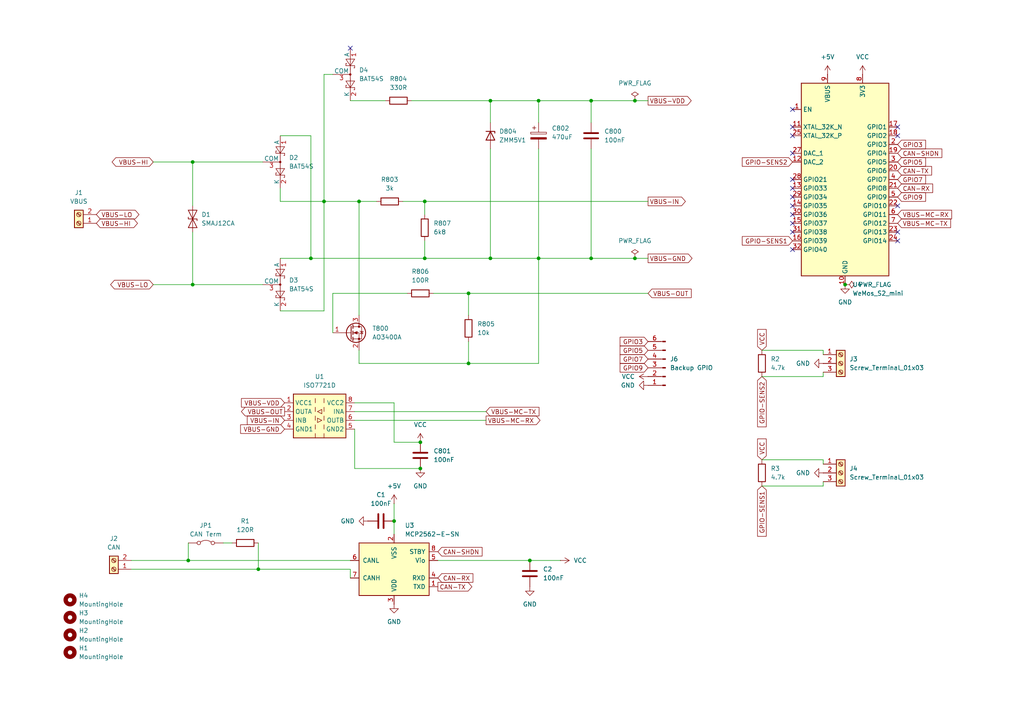
<source format=kicad_sch>
(kicad_sch (version 20250114) (generator "eeschema") (generator_version "9.0")
  (paper "A4")
  (title_block (date "2026-01-11") (rev "v2"))
  (lib_symbols
    (symbol "Connector:Conn_01x06_Pin" (pin_names (offset 1.016) (hide yes))
      (property "Reference" "J" (at 0 7.62 0))
      (property "Value" "Conn_01x06_Pin" (at 0 -10.16 0))
      (symbol "Conn_01x06_Pin_1_1"
        (rectangle (start 0.8636 5.207) (end 0 4.953) (stroke (width 0.1524)) (fill (type outline)))
        (rectangle (start 0.8636 2.667) (end 0 2.413) (stroke (width 0.1524)) (fill (type outline)))
        (rectangle (start 0.8636 0.127) (end 0 -0.127) (stroke (width 0.1524)) (fill (type outline)))
        (rectangle (start 0.8636 -2.413) (end 0 -2.667) (stroke (width 0.1524)) (fill (type outline)))
        (rectangle (start 0.8636 -4.953) (end 0 -5.207) (stroke (width 0.1524)) (fill (type outline)))
        (rectangle (start 0.8636 -7.493) (end 0 -7.747) (stroke (width 0.1524)) (fill (type outline)))
        (polyline (pts (xy 1.27 5.08) (xy 0.8636 5.08)) (stroke (width 0.1524)))
        (polyline (pts (xy 1.27 2.54) (xy 0.8636 2.54)) (stroke (width 0.1524)))
        (polyline (pts (xy 1.27 0) (xy 0.8636 0)) (stroke (width 0.1524)))
        (polyline (pts (xy 1.27 -2.54) (xy 0.8636 -2.54)) (stroke (width 0.1524)))
        (polyline (pts (xy 1.27 -5.08) (xy 0.8636 -5.08)) (stroke (width 0.1524)))
        (polyline (pts (xy 1.27 -7.62) (xy 0.8636 -7.62)) (stroke (width 0.1524)))
        (pin passive line (at 5.08 5.08 180) (length 3.81) (name "Pin_1") (number "1"))
        (pin passive line (at 5.08 2.54 180) (length 3.81) (name "Pin_2") (number "2"))
        (pin passive line (at 5.08 0 180) (length 3.81) (name "Pin_3") (number "3"))
        (pin passive line (at 5.08 -2.54 180) (length 3.81) (name "Pin_4") (number "4"))
        (pin passive line (at 5.08 -5.08 180) (length 3.81) (name "Pin_5") (number "5"))
        (pin passive line (at 5.08 -7.62 180) (length 3.81) (name "Pin_6") (number "6"))
      )
    )
    (symbol "Connector:Screw_Terminal_01x02" (pin_names (offset 1.016) (hide yes))
      (property "Reference" "J" (at 0 2.54 0))
      (property "Value" "Screw_Terminal_01x02" (at 0 -5.08 0))
      (symbol "Screw_Terminal_01x02_1_1"
        (rectangle (start -1.27 1.27) (end 1.27 -3.81) (stroke (width 0.254)) (fill (type background)))
        (polyline (pts (xy -0.5334 0.3302) (xy 0.3302 -0.508)) (stroke (width 0.1524)))
        (polyline (pts (xy -0.5334 -2.2098) (xy 0.3302 -3.048)) (stroke (width 0.1524)))
        (polyline (pts (xy -0.3556 0.508) (xy 0.508 -0.3302)) (stroke (width 0.1524)))
        (polyline (pts (xy -0.3556 -2.032) (xy 0.508 -2.8702)) (stroke (width 0.1524)))
        (circle (center 0 0) (radius 0.635) (stroke (width 0.1524)))
        (circle (center 0 -2.54) (radius 0.635) (stroke (width 0.1524)))
        (pin passive line (at -5.08 0 0) (length 3.81) (name "Pin_1") (number "1"))
        (pin passive line (at -5.08 -2.54 0) (length 3.81) (name "Pin_2") (number "2"))
      )
    )
    (symbol "Connector:Screw_Terminal_01x03" (pin_names (offset 1.016) (hide yes))
      (property "Reference" "J" (at 0 5.08 0))
      (property "Value" "Screw_Terminal_01x03" (at 0 -5.08 0))
      (symbol "Screw_Terminal_01x03_1_1"
        (rectangle (start -1.27 3.81) (end 1.27 -3.81) (stroke (width 0.254)) (fill (type background)))
        (polyline (pts (xy -0.5334 2.8702) (xy 0.3302 2.032)) (stroke (width 0.1524)))
        (polyline (pts (xy -0.5334 0.3302) (xy 0.3302 -0.508)) (stroke (width 0.1524)))
        (polyline (pts (xy -0.5334 -2.2098) (xy 0.3302 -3.048)) (stroke (width 0.1524)))
        (polyline (pts (xy -0.3556 3.048) (xy 0.508 2.2098)) (stroke (width 0.1524)))
        (polyline (pts (xy -0.3556 0.508) (xy 0.508 -0.3302)) (stroke (width 0.1524)))
        (polyline (pts (xy -0.3556 -2.032) (xy 0.508 -2.8702)) (stroke (width 0.1524)))
        (circle (center 0 2.54) (radius 0.635) (stroke (width 0.1524)))
        (circle (center 0 0) (radius 0.635) (stroke (width 0.1524)))
        (circle (center 0 -2.54) (radius 0.635) (stroke (width 0.1524)))
        (pin passive line (at -5.08 2.54 0) (length 3.81) (name "Pin_1") (number "1"))
        (pin passive line (at -5.08 0 0) (length 3.81) (name "Pin_2") (number "2"))
        (pin passive line (at -5.08 -2.54 0) (length 3.81) (name "Pin_3") (number "3"))
      )
    )
    (symbol "Device:C" (pin_numbers (hide yes)) (pin_names (offset 0.254))
      (property "Reference" "C" (at 0.635 2.54 0))
      (property "Value" "C" (at 0.635 -2.54 0))
      (symbol "C_0_1"
        (polyline (pts (xy -2.032 0.762) (xy 2.032 0.762)) (stroke (width 0.508)))
        (polyline (pts (xy -2.032 -0.762) (xy 2.032 -0.762)) (stroke (width 0.508)))
      )
      (symbol "C_1_1"
        (pin passive line (at 0 3.81 270) (length 2.794) (name "~") (number "1"))
        (pin passive line (at 0 -3.81 90) (length 2.794) (name "~") (number "2"))
      )
    )
    (symbol "Device:C_Polarized" (pin_numbers (hide yes)) (pin_names (offset 0.254))
      (property "Reference" "C" (at 0.635 2.54 0))
      (property "Value" "C_Polarized" (at 0.635 -2.54 0))
      (symbol "C_Polarized_0_1"
        (rectangle (start -2.286 0.508) (end 2.286 1.016))
        (polyline (pts (xy -1.778 2.286) (xy -0.762 2.286)))
        (polyline (pts (xy -1.27 2.794) (xy -1.27 1.778)))
        (rectangle (start 2.286 -0.508) (end -2.286 -1.016) (fill (type outline)))
      )
      (symbol "C_Polarized_1_1"
        (pin passive line (at 0 3.81 270) (length 2.794) (name "~") (number "1"))
        (pin passive line (at 0 -3.81 90) (length 2.794) (name "~") (number "2"))
      )
    )
    (symbol "Device:R" (pin_numbers (hide yes)) (pin_names (offset 0))
      (property "Reference" "R" (at 2.032 0 90))
      (property "Value" "R" (at 0 0 90))
      (symbol "R_0_1"
        (rectangle (start -1.016 -2.54) (end 1.016 2.54) (stroke (width 0.254)))
      )
      (symbol "R_1_1"
        (pin passive line (at 0 3.81 270) (length 1.27) (name "~") (number "1"))
        (pin passive line (at 0 -3.81 90) (length 1.27) (name "~") (number "2"))
      )
    )
    (symbol "Diode:BAT54S" (pin_names (offset 0))
      (property "Reference" "D" (at 2.54 -5.08 0))
      (property "Value" "BAT54S" (at -6.35 3.175 0))
      (symbol "BAT54S_0_1"
        (polyline (pts (xy -4.445 1.27) (xy -4.445 -1.27) (xy -2.54 0) (xy -4.445 1.27)))
        (polyline (pts (xy -3.81 0) (xy -1.27 0)))
        (polyline (pts (xy -3.175 -1.27) (xy -3.175 -1.016)))
        (polyline (pts (xy -2.54 1.27) (xy -1.905 1.27)))
        (polyline (pts (xy -2.54 -1.27) (xy -3.175 -1.27)))
        (polyline (pts (xy -2.54 -1.27) (xy -2.54 1.27)))
        (polyline (pts (xy -1.905 1.27) (xy -1.905 1.016)))
        (polyline (pts (xy -1.905 0) (xy 1.905 0)))
        (circle (center 0 0) (radius 0.254) (fill (type outline)))
        (polyline (pts (xy 1.27 0) (xy 3.81 0)))
        (polyline (pts (xy 1.905 1.27) (xy 1.905 -1.27) (xy 3.81 0) (xy 1.905 1.27)))
        (polyline (pts (xy 3.175 -1.27) (xy 3.175 -1.016)))
        (polyline (pts (xy 3.81 1.27) (xy 4.445 1.27)))
        (polyline (pts (xy 3.81 -1.27) (xy 3.175 -1.27)))
        (polyline (pts (xy 3.81 -1.27) (xy 3.81 1.27)))
        (polyline (pts (xy 4.445 1.27) (xy 4.445 1.016)))
      )
      (symbol "BAT54S_1_1"
        (pin passive line (at -7.62 0 0) (length 3.81) (name "A") (number "1"))
        (pin passive line (at 0 -5.08 90) (length 5.08) (name "COM") (number "3"))
        (pin passive line (at 7.62 0 180) (length 3.81) (name "K") (number "2"))
      )
    )
    (symbol "Diode:SMAJ12CA" (pin_numbers (hide yes)) (pin_names (offset 1.016) (hide yes))
      (property "Reference" "D" (at 0 2.54 0))
      (property "Value" "SMAJ12CA" (at 0 -2.54 0))
      (symbol "SMAJ12CA_0_1"
        (polyline (pts (xy -2.54 -1.27) (xy 0 0) (xy -2.54 1.27) (xy -2.54 -1.27)) (stroke (width 0.2032)))
        (polyline (pts (xy 0.508 1.27) (xy 0 1.27) (xy 0 -1.27) (xy -0.508 -1.27)) (stroke (width 0.2032)))
        (polyline (pts (xy 1.27 0) (xy -1.27 0)))
        (polyline (pts (xy 2.54 1.27) (xy 2.54 -1.27) (xy 0 0) (xy 2.54 1.27)) (stroke (width 0.2032)))
      )
      (symbol "SMAJ12CA_1_1"
        (pin passive line (at -3.81 0 0) (length 2.54) (name "A1") (number "1"))
        (pin passive line (at 3.81 0 180) (length 2.54) (name "A2") (number "2"))
      )
    )
    (symbol "Diode:ZMMxx" (pin_numbers (hide yes)) (pin_names (hide yes))
      (property "Reference" "D" (at 0 2.54 0))
      (property "Value" "ZMMxx" (at 0 -2.54 0))
      (symbol "ZMMxx_0_1"
        (polyline (pts (xy -1.27 -1.27) (xy -1.27 1.27) (xy -0.762 1.27)) (stroke (width 0.254)))
        (polyline (pts (xy 1.27 0) (xy -1.27 0)))
        (polyline (pts (xy 1.27 -1.27) (xy 1.27 1.27) (xy -1.27 0) (xy 1.27 -1.27)) (stroke (width 0.254)))
      )
      (symbol "ZMMxx_1_1"
        (pin passive line (at -3.81 0 0) (length 2.54) (name "K") (number "1"))
        (pin passive line (at 3.81 0 180) (length 2.54) (name "A") (number "2"))
      )
    )
    (symbol "Interface_CAN_LIN:MCP2562-E-SN" (pin_names (offset 1.016))
      (property "Reference" "U" (at -10.16 8.89 0))
      (property "Value" "MCP2562-E-SN" (at 2.54 8.89 0))
      (symbol "MCP2562-E-SN_0_1"
        (rectangle (start -10.16 7.62) (end 10.16 -7.62) (stroke (width 0.254)) (fill (type background)))
      )
      (symbol "MCP2562-E-SN_1_1"
        (pin input line (at -12.7 5.08 0) (length 2.54) (name "TXD") (number "1"))
        (pin output line (at -12.7 2.54 0) (length 2.54) (name "RXD") (number "4"))
        (pin power_in line (at -12.7 -2.54 0) (length 2.54) (name "Vio") (number "5"))
        (pin input line (at -12.7 -5.08 0) (length 2.54) (name "STBY") (number "8"))
        (pin power_in line (at 0 10.16 270) (length 2.54) (name "VDD") (number "3"))
        (pin power_in line (at 0 -10.16 90) (length 2.54) (name "VSS") (number "2"))
        (pin bidirectional line (at 12.7 2.54 180) (length 2.54) (name "CANH") (number "7"))
        (pin bidirectional line (at 12.7 -2.54 180) (length 2.54) (name "CANL") (number "6"))
      )
    )
    (symbol "Isolator:ISO7721D"
      (property "Reference" "U" (at 0 10.795 0))
      (property "Value" "ISO7721D" (at 0 8.89 0))
      (symbol "ISO7721D_0_1"
        (rectangle (start -7.62 7.62) (end 7.62 -5.08) (stroke (width 0.254)) (fill (type background)))
        (polyline (pts (xy -1.27 6.35) (xy -1.27 5.08)))
        (polyline (pts (xy -1.27 3.81) (xy -1.27 2.54)))
        (polyline (pts (xy -1.27 1.27) (xy -1.27 0)))
        (polyline (pts (xy -1.27 -1.27) (xy -1.27 -2.54)))
        (polyline (pts (xy -1.27 -3.81) (xy -1.27 -5.08)))
        (polyline (pts (xy -0.635 2.54) (xy 0.635 3.175) (xy 0.635 1.905) (xy -0.635 2.54)))
        (polyline (pts (xy -0.635 0.635) (xy -0.635 -0.635) (xy 0.635 0) (xy -0.635 0.635)))
        (polyline (pts (xy 1.27 6.35) (xy 1.27 5.08)))
        (polyline (pts (xy 1.27 3.81) (xy 1.27 2.54)))
        (polyline (pts (xy 1.27 1.27) (xy 1.27 0)))
        (polyline (pts (xy 1.27 -1.27) (xy 1.27 -2.54)))
        (polyline (pts (xy 1.27 -3.81) (xy 1.27 -5.08)))
      )
      (symbol "ISO7721D_1_1"
        (pin power_in line (at -10.16 5.08 0) (length 2.54) (name "VCC1") (number "1"))
        (pin output line (at -10.16 2.54 0) (length 2.54) (name "OUTA") (number "2"))
        (pin input line (at -10.16 0 0) (length 2.54) (name "INB") (number "3"))
        (pin power_in line (at -10.16 -2.54 0) (length 2.54) (name "GND1") (number "4"))
        (pin power_in line (at 10.16 5.08 180) (length 2.54) (name "VCC2") (number "8"))
        (pin input line (at 10.16 2.54 180) (length 2.54) (name "INA") (number "7"))
        (pin output line (at 10.16 0 180) (length 2.54) (name "OUTB") (number "6"))
        (pin power_in line (at 10.16 -2.54 180) (length 2.54) (name "GND2") (number "5"))
      )
    )
    (symbol "Jumper:Jumper_2_Bridged" (pin_numbers (hide yes)) (pin_names (offset 0) (hide yes))
      (property "Reference" "JP" (at 0 1.905 0))
      (property "Value" "Jumper_2_Bridged" (at 0 -2.54 0))
      (symbol "Jumper_2_Bridged_0_0"
        (circle (center -2.032 0) (radius 0.508))
        (circle (center 2.032 0) (radius 0.508))
      )
      (symbol "Jumper_2_Bridged_0_1"
        (arc (start -1.524 0.254) (mid 0 0.762) (end 1.524 0.254))
      )
      (symbol "Jumper_2_Bridged_1_1"
        (pin passive line (at -5.08 0 0) (length 2.54) (name "A") (number "1"))
        (pin passive line (at 5.08 0 180) (length 2.54) (name "B") (number "2"))
      )
    )
    (symbol "Mechanical:MountingHole" (pin_names (offset 1.016)) (in_bom no)
      (property "Reference" "H" (at 0 5.08 0))
      (property "Value" "MountingHole" (at 0 3.175 0))
      (symbol "MountingHole_0_1"
        (circle (center 0 0) (radius 1.27) (stroke (width 1.27)))
      )
    )
    (symbol "Transistor_FET:AO3400A" (pin_names (hide yes))
      (property "Reference" "Q" (at 5.08 1.905 0))
      (property "Value" "AO3400A" (at 5.08 0 0))
      (symbol "AO3400A_0_1"
        (polyline (pts (xy 0.254 1.905) (xy 0.254 -1.905)) (stroke (width 0.254)))
        (polyline (pts (xy 0.254 0) (xy -2.54 0)))
        (polyline (pts (xy 0.762 2.286) (xy 0.762 1.27)) (stroke (width 0.254)))
        (polyline (pts (xy 0.762 0.508) (xy 0.762 -0.508)) (stroke (width 0.254)))
        (polyline (pts (xy 0.762 -1.27) (xy 0.762 -2.286)) (stroke (width 0.254)))
        (polyline (pts (xy 0.762 -1.778) (xy 3.302 -1.778) (xy 3.302 1.778) (xy 0.762 1.778)))
        (polyline (pts (xy 1.016 0) (xy 2.032 0.381) (xy 2.032 -0.381) (xy 1.016 0)) (fill (type outline)))
        (circle (center 1.651 0) (radius 2.794) (stroke (width 0.254)))
        (polyline (pts (xy 2.54 2.54) (xy 2.54 1.778)))
        (circle (center 2.54 1.778) (radius 0.254) (fill (type outline)))
        (circle (center 2.54 -1.778) (radius 0.254) (fill (type outline)))
        (polyline (pts (xy 2.54 -2.54) (xy 2.54 0) (xy 0.762 0)))
        (polyline (pts (xy 2.794 0.508) (xy 2.921 0.381) (xy 3.683 0.381) (xy 3.81 0.254)))
        (polyline (pts (xy 3.302 0.381) (xy 2.921 -0.254) (xy 3.683 -0.254) (xy 3.302 0.381)))
      )
      (symbol "AO3400A_1_1"
        (pin input line (at -5.08 0 0) (length 2.54) (name "G") (number "1"))
        (pin passive line (at 2.54 5.08 270) (length 2.54) (name "D") (number "3"))
        (pin passive line (at 2.54 -5.08 90) (length 2.54) (name "S") (number "2"))
      )
    )
    (symbol "WEMOS_S2_mini:WeMos_S2_mini"
      (property "Reference" "U" (at 2.54 -30.48 0))
      (property "Value" "WeMos_S2_mini" (at 2.54 -33.02 0))
      (symbol "WeMos_S2_mini_1_1"
        (rectangle (start -12.7 27.94) (end 12.7 -27.94) (stroke (width 0.254)) (fill (type background)))
        (pin input line (at -15.24 20.32 0) (length 2.54) (name "EN") (number "1"))
        (pin input line (at -15.24 15.24 0) (length 2.54) (name "XTAL_32K_N") (number "11"))
        (pin output line (at -15.24 12.7 0) (length 2.54) (name "XTAL_32K_P") (number "25"))
        (pin output line (at -15.24 7.62 0) (length 2.54) (name "DAC_1") (number "27"))
        (pin output line (at -15.24 5.08 0) (length 2.54) (name "DAC_2") (number "12"))
        (pin bidirectional line (at -15.24 0 0) (length 2.54) (name "GPIO21") (number "28"))
        (pin bidirectional line (at -15.24 -2.54 0) (length 2.54) (name "GPIO33") (number "13"))
        (pin bidirectional line (at -15.24 -5.08 0) (length 2.54) (name "GPIO34") (number "29"))
        (pin bidirectional line (at -15.24 -7.62 0) (length 2.54) (name "GPIO35") (number "14"))
        (pin bidirectional line (at -15.24 -10.16 0) (length 2.54) (name "GPIO36") (number "30"))
        (pin bidirectional line (at -15.24 -12.7 0) (length 2.54) (name "GPIO37") (number "15"))
        (pin bidirectional line (at -15.24 -15.24 0) (length 2.54) (name "GPIO38") (number "31"))
        (pin bidirectional line (at -15.24 -17.78 0) (length 2.54) (name "GPIO39") (number "16"))
        (pin bidirectional line (at -15.24 -20.32 0) (length 2.54) (name "GPIO40") (number "32"))
        (pin power_out line (at -5.08 30.48 270) (length 2.54) (name "VBUS") (number "9"))
        (pin power_in line (at 0 -30.48 90) (length 2.54) (name "GND") (number "10"))
        (pin passive line (at 0 -30.48 90) (length 2.54) (hide yes) (name "GND") (number "26"))
        (pin power_out line (at 5.08 30.48 270) (length 2.54) (name "3V3") (number "8"))
        (pin bidirectional line (at 15.24 15.24 180) (length 2.54) (name "GPIO1") (number "17"))
        (pin bidirectional line (at 15.24 12.7 180) (length 2.54) (name "GPIO2") (number "18"))
        (pin bidirectional line (at 15.24 10.16 180) (length 2.54) (name "GPIO3") (number "2"))
        (pin bidirectional line (at 15.24 7.62 180) (length 2.54) (name "GPIO4") (number "19"))
        (pin bidirectional line (at 15.24 5.08 180) (length 2.54) (name "GPIO5") (number "3"))
        (pin bidirectional line (at 15.24 2.54 180) (length 2.54) (name "GPIO6") (number "20"))
        (pin bidirectional line (at 15.24 0 180) (length 2.54) (name "GPIO7") (number "4"))
        (pin bidirectional line (at 15.24 -2.54 180) (length 2.54) (name "GPIO8") (number "21"))
        (pin bidirectional line (at 15.24 -5.08 180) (length 2.54) (name "GPIO9") (number "5"))
        (pin bidirectional line (at 15.24 -7.62 180) (length 2.54) (name "GPIO10") (number "22"))
        (pin bidirectional line (at 15.24 -10.16 180) (length 2.54) (name "GPIO11") (number "6"))
        (pin bidirectional line (at 15.24 -12.7 180) (length 2.54) (name "GPIO12") (number "7"))
        (pin bidirectional line (at 15.24 -15.24 180) (length 2.54) (name "GPIO13") (number "23"))
        (pin bidirectional line (at 15.24 -17.78 180) (length 2.54) (name "GPIO14") (number "24"))
      )
    )
    (symbol "power:+5V" (power) (pin_numbers (hide yes)) (pin_names (offset 0) (hide yes))
      (property "Value" "+5V" (at 0 3.556 0))
      (symbol "+5V_0_1"
        (polyline (pts (xy -0.762 1.27) (xy 0 2.54)))
        (polyline (pts (xy 0 2.54) (xy 0.762 1.27)))
        (polyline (pts (xy 0 0) (xy 0 2.54)))
      )
      (symbol "+5V_1_1"
        (pin power_in line (at 0 0 90) (length 0) (name "~") (number "1"))
      )
    )
    (symbol "power:GND" (power) (pin_numbers (hide yes)) (pin_names (offset 0) (hide yes))
      (property "Value" "GND" (at 0 -3.81 0))
      (symbol "GND_0_1"
        (polyline (pts (xy 0 0) (xy 0 -1.27) (xy 1.27 -1.27) (xy 0 -2.54) (xy -1.27 -1.27) (xy 0 -1.27)))
      )
      (symbol "GND_1_1"
        (pin power_in line (at 0 0 270) (length 0) (name "~") (number "1"))
      )
    )
    (symbol "power:PWR_FLAG" (power) (pin_numbers (hide yes)) (pin_names (offset 0) (hide yes))
      (property "Value" "PWR_FLAG" (at 0 3.81 0))
      (symbol "PWR_FLAG_0_0"
        (pin power_out line (at 0 0 90) (length 0) (name "~") (number "1"))
      )
      (symbol "PWR_FLAG_0_1"
        (polyline (pts (xy 0 0) (xy 0 1.27) (xy -1.016 1.905) (xy 0 2.54) (xy 1.016 1.905) (xy 0 1.27)))
      )
    )
    (symbol "power:VCC" (power) (pin_numbers (hide yes)) (pin_names (offset 0) (hide yes))
      (property "Value" "VCC" (at 0 3.556 0))
      (symbol "VCC_0_1"
        (polyline (pts (xy -0.762 1.27) (xy 0 2.54)))
        (polyline (pts (xy 0 2.54) (xy 0.762 1.27)))
        (polyline (pts (xy 0 0) (xy 0 2.54)))
      )
      (symbol "VCC_1_1"
        (pin power_in line (at 0 0 90) (length 0) (name "~") (number "1"))
      )
    )
  )
  (junction (at 153.67 162.56))
  (junction (at 121.92 135.89))
  (junction (at 135.89 105.41))
  (junction (at 121.92 128.27))
  (junction (at 142.24 29.21))
  (junction (at 74.93 165.1))
  (junction (at 55.88 82.55))
  (junction (at 123.19 58.42))
  (junction (at 135.89 85.09))
  (junction (at 54.61 162.56))
  (junction (at 156.21 74.93))
  (junction (at 114.3 151.13))
  (junction (at 142.24 74.93))
  (junction (at 184.15 74.93))
  (junction (at 90.17 74.93))
  (junction (at 245.11 82.55))
  (junction (at 171.45 29.21))
  (junction (at 104.14 58.42))
  (junction (at 93.98 58.42))
  (junction (at 171.45 74.93))
  (junction (at 55.88 46.99))
  (junction (at 123.19 74.93))
  (junction (at 156.21 29.21))
  (junction (at 184.15 29.21))
  (no_connect (at 260.35 69.85))
  (no_connect (at 229.87 31.75))
  (no_connect (at 229.87 52.07))
  (no_connect (at 229.87 57.15))
  (no_connect (at 229.87 64.77))
  (no_connect (at 260.35 59.69))
  (no_connect (at 260.35 39.37))
  (no_connect (at 260.35 36.83))
  (no_connect (at 229.87 39.37))
  (no_connect (at 229.87 62.23))
  (no_connect (at 229.87 67.31))
  (no_connect (at 229.87 72.39))
  (no_connect (at 229.87 54.61))
  (no_connect (at 229.87 59.69))
  (no_connect (at 229.87 36.83))
  (no_connect (at 229.87 44.45))
  (no_connect (at 260.35 67.31))
  (no_connect (at 101.6 13.97))
  (wire (pts (xy 142.24 43.18) (xy 142.24 74.93)))
  (wire (pts (xy 114.3 128.27) (xy 121.92 128.27)))
  (wire (pts (xy 238.76 109.22) (xy 238.76 107.95)))
  (wire (pts (xy 96.52 96.52) (xy 96.52 85.09)))
  (wire (pts (xy 55.88 67.31) (xy 55.88 82.55)))
  (wire (pts (xy 127 162.56) (xy 153.67 162.56)))
  (wire (pts (xy 238.76 140.97) (xy 238.76 139.7)))
  (wire (pts (xy 90.17 74.93) (xy 123.19 74.93)))
  (wire (pts (xy 114.3 146.05) (xy 114.3 151.13)))
  (wire (pts (xy 55.88 46.99) (xy 76.2 46.99)))
  (wire (pts (xy 38.1 165.1) (xy 74.93 165.1)))
  (wire (pts (xy 156.21 43.18) (xy 156.21 74.93)))
  (wire (pts (xy 135.89 99.06) (xy 135.89 105.41)))
  (wire (pts (xy 114.3 116.84) (xy 114.3 128.27)))
  (wire (pts (xy 142.24 35.56) (xy 142.24 29.21)))
  (wire (pts (xy 104.14 58.42) (xy 109.22 58.42)))
  (wire (pts (xy 171.45 74.93) (xy 184.15 74.93)))
  (wire (pts (xy 81.28 39.37) (xy 90.17 39.37)))
  (wire (pts (xy 135.89 85.09) (xy 187.96 85.09)))
  (wire (pts (xy 238.76 133.35) (xy 238.76 134.62)))
  (wire (pts (xy 96.52 85.09) (xy 118.11 85.09)))
  (wire (pts (xy 116.84 58.42) (xy 123.19 58.42)))
  (wire (pts (xy 119.38 29.21) (xy 142.24 29.21)))
  (wire (pts (xy 142.24 29.21) (xy 156.21 29.21)))
  (wire (pts (xy 101.6 29.21) (xy 111.76 29.21)))
  (wire (pts (xy 171.45 29.21) (xy 184.15 29.21)))
  (wire (pts (xy 135.89 105.41) (xy 156.21 105.41)))
  (wire (pts (xy 125.73 85.09) (xy 135.89 85.09)))
  (wire (pts (xy 135.89 85.09) (xy 135.89 91.44)))
  (wire (pts (xy 81.28 90.17) (xy 93.98 90.17)))
  (wire (pts (xy 54.61 162.56) (xy 101.6 162.56)))
  (wire (pts (xy 184.15 74.93) (xy 187.96 74.93)))
  (wire (pts (xy 123.19 58.42) (xy 187.96 58.42)))
  (wire (pts (xy 171.45 43.18) (xy 171.45 74.93)))
  (wire (pts (xy 104.14 105.41) (xy 135.89 105.41)))
  (wire (pts (xy 220.98 133.35) (xy 238.76 133.35)))
  (wire (pts (xy 153.67 162.56) (xy 162.56 162.56)))
  (wire (pts (xy 156.21 105.41) (xy 156.21 74.93)))
  (wire (pts (xy 184.15 29.21) (xy 187.96 29.21)))
  (wire (pts (xy 156.21 35.56) (xy 156.21 29.21)))
  (wire (pts (xy 81.28 58.42) (xy 81.28 54.61)))
  (wire (pts (xy 104.14 58.42) (xy 104.14 91.44)))
  (wire (pts (xy 156.21 74.93) (xy 171.45 74.93)))
  (wire (pts (xy 156.21 29.21) (xy 171.45 29.21)))
  (wire (pts (xy 220.98 140.97) (xy 238.76 140.97)))
  (wire (pts (xy 102.87 116.84) (xy 114.3 116.84)))
  (wire (pts (xy 123.19 69.85) (xy 123.19 74.93)))
  (wire (pts (xy 114.3 151.13) (xy 114.3 154.94)))
  (wire (pts (xy 123.19 58.42) (xy 123.19 62.23)))
  (wire (pts (xy 64.77 157.48) (xy 67.31 157.48)))
  (wire (pts (xy 102.87 124.46) (xy 102.87 135.89)))
  (wire (pts (xy 93.98 90.17) (xy 93.98 58.42)))
  (wire (pts (xy 38.1 162.56) (xy 54.61 162.56)))
  (wire (pts (xy 74.93 157.48) (xy 74.93 165.1)))
  (wire (pts (xy 54.61 157.48) (xy 54.61 162.56)))
  (wire (pts (xy 104.14 105.41) (xy 104.14 101.6)))
  (wire (pts (xy 238.76 101.6) (xy 238.76 102.87)))
  (wire (pts (xy 171.45 29.21) (xy 171.45 35.56)))
  (wire (pts (xy 55.88 82.55) (xy 76.2 82.55)))
  (wire (pts (xy 123.19 74.93) (xy 142.24 74.93)))
  (wire (pts (xy 93.98 58.42) (xy 93.98 21.59)))
  (wire (pts (xy 74.93 165.1) (xy 101.6 165.1)))
  (wire (pts (xy 102.87 121.92) (xy 140.97 121.92)))
  (wire (pts (xy 220.98 109.22) (xy 238.76 109.22)))
  (wire (pts (xy 44.45 46.99) (xy 55.88 46.99)))
  (wire (pts (xy 93.98 21.59) (xy 96.52 21.59)))
  (wire (pts (xy 220.98 101.6) (xy 238.76 101.6)))
  (wire (pts (xy 55.88 46.99) (xy 55.88 59.69)))
  (wire (pts (xy 93.98 58.42) (xy 81.28 58.42)))
  (wire (pts (xy 93.98 58.42) (xy 104.14 58.42)))
  (wire (pts (xy 44.45 82.55) (xy 55.88 82.55)))
  (wire (pts (xy 90.17 39.37) (xy 90.17 74.93)))
  (wire (pts (xy 102.87 135.89) (xy 121.92 135.89)))
  (wire (pts (xy 102.87 119.38) (xy 140.97 119.38)))
  (wire (pts (xy 90.17 74.93) (xy 81.28 74.93)))
  (wire (pts (xy 101.6 165.1) (xy 101.6 167.64)))
  (wire (pts (xy 142.24 74.93) (xy 156.21 74.93)))
  (global_label "VBUS-OUT" (shape output) (at 82.55 119.38 180) (property "Intersheetrefs" "${INTERSHEET_REFS}" (effects (hide yes))))
  (global_label "VBUS-IN" (shape input) (at 82.55 121.92 180) (property "Intersheetrefs" "${INTERSHEET_REFS}" (effects (hide yes))))
  (global_label "VBUS-MC-TX" (shape input) (at 140.97 119.38 0) (property "Intersheetrefs" "${INTERSHEET_REFS}" (effects (hide yes))))
  (global_label "GPIO9" (shape input) (at 187.96 106.68 180) (property "Intersheetrefs" "${INTERSHEET_REFS}" (effects (hide yes))))
  (global_label "VBUS-VDD" (shape input) (at 82.55 116.84 180) (property "Intersheetrefs" "${INTERSHEET_REFS}" (effects (hide yes))))
  (global_label "GPIO5" (shape input) (at 187.96 101.6 180) (property "Intersheetrefs" "${INTERSHEET_REFS}" (effects (hide yes))))
  (global_label "VBUS-MC-TX" (shape input) (at 260.35 64.77 0) (property "Intersheetrefs" "${INTERSHEET_REFS}" (effects (hide yes))))
  (global_label "CAN-TX" (shape input) (at 260.35 49.53 0) (property "Intersheetrefs" "${INTERSHEET_REFS}" (effects (hide yes))))
  (global_label "GPIO3" (shape input) (at 260.35 41.91 0) (property "Intersheetrefs" "${INTERSHEET_REFS}" (effects (hide yes))))
  (global_label "GPIO3" (shape input) (at 187.96 99.06 180) (property "Intersheetrefs" "${INTERSHEET_REFS}" (effects (hide yes))))
  (global_label "GPIO7" (shape input) (at 260.35 52.07 0) (property "Intersheetrefs" "${INTERSHEET_REFS}" (effects (hide yes))))
  (global_label "VBUS-IN" (shape output) (at 187.96 58.42 0) (property "Intersheetrefs" "${INTERSHEET_REFS}" (effects (hide yes))))
  (global_label "GPIO5" (shape input) (at 260.35 46.99 0) (property "Intersheetrefs" "${INTERSHEET_REFS}" (effects (hide yes))))
  (global_label "CAN-RX" (shape input) (at 260.35 54.61 0) (property "Intersheetrefs" "${INTERSHEET_REFS}" (effects (hide yes))))
  (global_label "CAN-SHDN" (shape input) (at 127 160.02 0) (property "Intersheetrefs" "${INTERSHEET_REFS}" (effects (hide yes))))
  (global_label "VBUS-LO" (shape bidirectional) (at 27.94 62.23 0) (property "Intersheetrefs" "${INTERSHEET_REFS}" (effects (hide yes))))
  (global_label "CAN-TX" (shape output) (at 127 170.18 0) (property "Intersheetrefs" "${INTERSHEET_REFS}" (effects (hide yes))))
  (global_label "VBUS-OUT" (shape input) (at 187.96 85.09 0) (property "Intersheetrefs" "${INTERSHEET_REFS}" (effects (hide yes))))
  (global_label "VBUS-GND" (shape input) (at 82.55 124.46 180) (property "Intersheetrefs" "${INTERSHEET_REFS}" (effects (hide yes))))
  (global_label "GPIO-SENS1" (shape input) (at 229.87 69.85 180) (property "Intersheetrefs" "${INTERSHEET_REFS}" (effects (hide yes))))
  (global_label "VBUS-HI" (shape bidirectional) (at 27.94 64.77 0) (property "Intersheetrefs" "${INTERSHEET_REFS}" (effects (hide yes))))
  (global_label "GPIO7" (shape input) (at 187.96 104.14 180) (property "Intersheetrefs" "${INTERSHEET_REFS}" (effects (hide yes))))
  (global_label "VBUS-VDD" (shape output) (at 187.96 29.21 0) (property "Intersheetrefs" "${INTERSHEET_REFS}" (effects (hide yes))))
  (global_label "CAN-SHDN" (shape input) (at 260.35 44.45 0) (property "Intersheetrefs" "${INTERSHEET_REFS}" (effects (hide yes))))
  (global_label "VCC" (shape input) (at 220.98 101.6 90) (property "Intersheetrefs" "${INTERSHEET_REFS}" (effects (hide yes))))
  (global_label "GPIO-SENS1" (shape input) (at 220.98 140.97 270) (property "Intersheetrefs" "${INTERSHEET_REFS}" (effects (hide yes))))
  (global_label "VBUS-MC-RX" (shape input) (at 260.35 62.23 0) (property "Intersheetrefs" "${INTERSHEET_REFS}" (effects (hide yes))))
  (global_label "GPIO9" (shape input) (at 260.35 57.15 0) (property "Intersheetrefs" "${INTERSHEET_REFS}" (effects (hide yes))))
  (global_label "VBUS-GND" (shape output) (at 187.96 74.93 0) (property "Intersheetrefs" "${INTERSHEET_REFS}" (effects (hide yes))))
  (global_label "GPIO-SENS2" (shape input) (at 220.98 109.22 270) (property "Intersheetrefs" "${INTERSHEET_REFS}" (effects (hide yes))))
  (global_label "VBUS-MC-RX" (shape output) (at 140.97 121.92 0) (property "Intersheetrefs" "${INTERSHEET_REFS}" (effects (hide yes))))
  (global_label "VBUS-HI" (shape bidirectional) (at 44.45 46.99 180) (property "Intersheetrefs" "${INTERSHEET_REFS}" (effects (hide yes))))
  (global_label "GPIO-SENS2" (shape input) (at 229.87 46.99 180) (property "Intersheetrefs" "${INTERSHEET_REFS}" (effects (hide yes))))
  (global_label "CAN-RX" (shape input) (at 127 167.64 0) (property "Intersheetrefs" "${INTERSHEET_REFS}" (effects (hide yes))))
  (global_label "VCC" (shape input) (at 220.98 133.35 90) (property "Intersheetrefs" "${INTERSHEET_REFS}" (effects (hide yes))))
  (global_label "VBUS-LO" (shape bidirectional) (at 44.45 82.55 180) (property "Intersheetrefs" "${INTERSHEET_REFS}" (effects (hide yes))))
  (symbol (lib_id "WEMOS_S2_mini:WeMos_S2_mini") (at 245.11 52.07 0) (unit 1)
    (property "Reference" "U4" (at 247.2533 82.55 0) (effects (justify left)))
    (property "Value" "WeMos_S2_mini" (at 247.2533 85.09 0) (effects (justify left)))
    (property "Footprint" "flo:WEMOS_S2_mini" (effects (hide yes)))
    (property "Datasheet" "https://www.wemos.cc/en/latest/s2/s2_mini.html" (effects (hide yes)))
    (property "Description" "32-bit microcontroller module with WiFi" (effects (hide yes)))
  )
  (symbol (lib_id "Diode:SMAJ12CA") (at 55.88 63.5 270) (unit 1)
    (property "Reference" "D1" (at 58.42 62.2299 90) (effects (justify left)))
    (property "Value" "SMAJ12CA" (at 58.42 64.7699 90) (effects (justify left)))
    (property "Footprint" "Diode_SMD:D_SMA" (effects (hide yes)))
    (property "Datasheet" "https://www.littelfuse.com/media?resourcetype=datasheets&itemid=75e32973-b177-4ee3-a0ff-cedaf1abdb93&filename=smaj-datasheet" (effects (hide yes)))
    (property "Description" "400W bidirectional Transient Voltage Suppressor, 12.0Vr, SMA(DO-214AC)" (effects (hide yes)))
  )
  (symbol (lib_id "Device:R") (at 123.19 66.04 0) (unit 1)
    (property "Reference" "R807" (at 125.73 64.7699 0) (effects (justify left)))
    (property "Value" "6k8" (at 125.73 67.3099 0) (effects (justify left)))
    (property "Footprint" "Resistor_SMD:R_0805_2012Metric_Pad1.20x1.40mm_HandSolder" (effects (hide yes)))
    (property "Description" "Resistor" (effects (hide yes)))
  )
  (symbol (lib_id "Device:R") (at 135.89 95.25 0) (unit 1)
    (property "Reference" "R805" (at 138.43 93.9799 0) (effects (justify left)))
    (property "Value" "10k" (at 138.43 96.5199 0) (effects (justify left)))
    (property "Footprint" "Resistor_SMD:R_0805_2012Metric_Pad1.20x1.40mm_HandSolder" (effects (hide yes)))
    (property "Description" "Resistor" (effects (hide yes)))
  )
  (symbol (lib_id "power:VCC") (at 121.92 128.27 0) (unit 1)
    (property "Reference" "#PWR02" (effects (hide yes)))
    (property "Value" "VCC" (at 121.92 123.19 0))
    (property "Description" "Power symbol creates a global label with name \"VCC\"" (effects (hide yes)))
  )
  (symbol (lib_id "Isolator:ISO7721D") (at 92.71 121.92 0) (unit 1)
    (property "Reference" "U1" (at 92.71 109.22 0))
    (property "Value" "ISO7721D" (at 92.71 111.76 0))
    (property "Footprint" "Package_SO:SOIC-8_3.9x4.9mm_P1.27mm" (effects (hide yes)))
    (property "Datasheet" "https://www.ti.com/lit/ds/symlink/iso7721.pdf" (effects (hide yes)))
    (property "Description" "Low Power Dual-Channel 1/1 Digital Isolator, 100Mbps 11ns, Fail-Safe High, SOIC-8 (150mil)" (effects (hide yes)))
  )
  (symbol (lib_id "power:GND") (at 238.76 137.16 270) (unit 1)
    (property "Reference" "#PWR011" (effects (hide yes)))
    (property "Value" "GND" (at 234.95 137.1599 90) (effects (justify right)))
    (property "Description" "Power symbol creates a global label with name \"GND\" , ground" (effects (hide yes)))
  )
  (symbol (lib_id "Device:C_Polarized") (at 156.21 39.37 0) (unit 1)
    (property "Reference" "C802" (at 160.02 37.2109 0) (effects (justify left)))
    (property "Value" "470uF" (at 160.02 39.7509 0) (effects (justify left)))
    (property "Footprint" "Capacitor_SMD:CP_Elec_4x3.9" (effects (hide yes)))
    (property "Description" "Polarized capacitor" (effects (hide yes)))
  )
  (symbol (lib_id "Connector:Screw_Terminal_01x02") (at 22.86 64.77 180) (unit 1)
    (property "Reference" "J1" (at 22.86 55.88 0))
    (property "Value" "VBUS" (at 22.86 58.42 0))
    (property "Footprint" "TerminalBlock_Phoenix:TerminalBlock_Phoenix_MKDS-1,5-2-5.08_1x02_P5.08mm_Horizontal" (effects (hide yes)))
    (property "Description" "Generic screw terminal, single row, 01x02, script generated (kicad-library-utils/schlib/autogen/connector/)" (effects (hide yes)))
  )
  (symbol (lib_id "power:GND") (at 187.96 111.76 270) (unit 1)
    (property "Reference" "#PWR013" (effects (hide yes)))
    (property "Value" "GND" (at 184.15 111.7599 90) (effects (justify right)))
    (property "Description" "Power symbol creates a global label with name \"GND\" , ground" (effects (hide yes)))
  )
  (symbol (lib_id "Device:C") (at 121.92 132.08 0) (unit 1)
    (property "Reference" "C801" (at 125.73 130.8099 0) (effects (justify left)))
    (property "Value" "100nF" (at 125.73 133.3499 0) (effects (justify left)))
    (property "Footprint" "Capacitor_SMD:C_0805_2012Metric_Pad1.18x1.45mm_HandSolder" (effects (hide yes)))
    (property "Description" "Unpolarized capacitor" (effects (hide yes)))
  )
  (symbol (lib_id "Device:R") (at 121.92 85.09 90) (unit 1)
    (property "Reference" "R806" (at 121.92 78.74 90))
    (property "Value" "100R" (at 121.92 81.28 90))
    (property "Footprint" "Resistor_SMD:R_0805_2012Metric_Pad1.20x1.40mm_HandSolder" (effects (hide yes)))
    (property "Description" "Resistor" (effects (hide yes)))
  )
  (symbol (lib_id "power:PWR_FLAG") (at 184.15 29.21 0) (unit 1)
    (property "Reference" "#FLG04" (effects (hide yes)))
    (property "Value" "PWR_FLAG" (at 184.15 24.13 0))
    (property "Description" "Special symbol for telling ERC where power comes from" (effects (hide yes)))
  )
  (symbol (lib_id "Device:R") (at 71.12 157.48 90) (unit 1)
    (property "Reference" "R1" (at 71.12 151.13 90))
    (property "Value" "120R" (at 71.12 153.67 90))
    (property "Footprint" "Resistor_SMD:R_0805_2012Metric_Pad1.20x1.40mm_HandSolder" (effects (hide yes)))
    (property "Description" "Resistor" (effects (hide yes)))
  )
  (symbol (lib_id "Mechanical:MountingHole") (at 20.32 173.99 0) (unit 1) (in_bom no)
    (property "Reference" "H4" (at 22.86 172.7199 0) (effects (justify left)))
    (property "Value" "MountingHole" (at 22.86 175.2599 0) (effects (justify left)))
    (property "Footprint" "MountingHole:MountingHole_3.2mm_M3_DIN965_Pad" (effects (hide yes)))
    (property "Description" "Mounting Hole without connection" (effects (hide yes)))
  )
  (symbol (lib_id "Device:R") (at 115.57 29.21 270) (unit 1)
    (property "Reference" "R804" (at 115.57 22.86 90))
    (property "Value" "330R" (at 115.57 25.4 90))
    (property "Footprint" "Resistor_SMD:R_0805_2012Metric_Pad1.20x1.40mm_HandSolder" (effects (hide yes)))
    (property "Description" "Resistor" (effects (hide yes)))
  )
  (symbol (lib_id "power:GND") (at 121.92 135.89 0) (unit 1)
    (property "Reference" "#PWR01" (effects (hide yes)))
    (property "Value" "GND" (at 121.92 140.97 0))
    (property "Description" "Power symbol creates a global label with name \"GND\" , ground" (effects (hide yes)))
  )
  (symbol (lib_id "power:VCC") (at 187.96 109.22 90) (unit 1)
    (property "Reference" "#PWR014" (effects (hide yes)))
    (property "Value" "VCC" (at 184.15 109.2199 90) (effects (justify left)))
    (property "Description" "Power symbol creates a global label with name \"VCC\"" (effects (hide yes)))
  )
  (symbol (lib_id "power:VCC") (at 162.56 162.56 270) (unit 1)
    (property "Reference" "#PWR04" (effects (hide yes)))
    (property "Value" "VCC" (at 166.37 162.5599 90) (effects (justify left)))
    (property "Description" "Power symbol creates a global label with name \"VCC\"" (effects (hide yes)))
  )
  (symbol (lib_id "power:GND") (at 245.11 82.55 0) (unit 1)
    (property "Reference" "#PWR010" (effects (hide yes)))
    (property "Value" "GND" (at 245.11 87.63 0))
    (property "Description" "Power symbol creates a global label with name \"GND\" , ground" (effects (hide yes)))
  )
  (symbol (lib_id "Device:R") (at 220.98 105.41 0) (unit 1)
    (property "Reference" "R2" (at 223.52 104.1399 0) (effects (justify left)))
    (property "Value" "4.7k" (at 223.52 106.6799 0) (effects (justify left)))
    (property "Footprint" "Resistor_SMD:R_0805_2012Metric_Pad1.20x1.40mm_HandSolder" (effects (hide yes)))
    (property "Description" "Resistor" (effects (hide yes)))
  )
  (symbol (lib_id "Connector:Screw_Terminal_01x03") (at 243.84 137.16 0) (unit 1)
    (property "Reference" "J4" (at 246.38 135.8899 0) (effects (justify left)))
    (property "Value" "Screw_Terminal_01x03" (at 246.38 138.4299 0) (effects (justify left)))
    (property "Footprint" "TerminalBlock_Phoenix:TerminalBlock_Phoenix_MKDS-1,5-3-5.08_1x03_P5.08mm_Horizontal" (effects (hide yes)))
    (property "Description" "Generic screw terminal, single row, 01x03, script generated (kicad-library-utils/schlib/autogen/connector/)" (effects (hide yes)))
  )
  (symbol (lib_id "Mechanical:MountingHole") (at 20.32 189.23 0) (unit 1) (in_bom no)
    (property "Reference" "H1" (at 22.86 187.9599 0) (effects (justify left)))
    (property "Value" "MountingHole" (at 22.86 190.4999 0) (effects (justify left)))
    (property "Footprint" "MountingHole:MountingHole_3.2mm_M3_DIN965_Pad" (effects (hide yes)))
    (property "Description" "Mounting Hole without connection" (effects (hide yes)))
  )
  (symbol (lib_id "Device:C") (at 153.67 166.37 0) (unit 1)
    (property "Reference" "C2" (at 157.48 165.0999 0) (effects (justify left)))
    (property "Value" "100nF" (at 157.48 167.6399 0) (effects (justify left)))
    (property "Footprint" "Capacitor_SMD:C_0805_2012Metric_Pad1.18x1.45mm_HandSolder" (effects (hide yes)))
    (property "Description" "Unpolarized capacitor" (effects (hide yes)))
  )
  (symbol (lib_id "Diode:BAT54S") (at 101.6 21.59 270) (unit 1)
    (property "Reference" "D4" (at 104.14 20.3199 90) (effects (justify left)))
    (property "Value" "BAT54S" (at 104.14 22.8599 90) (effects (justify left)))
    (property "Footprint" "Package_TO_SOT_SMD:SOT-23" (effects (hide yes)))
    (property "Datasheet" "https://www.diodes.com/assets/Datasheets/ds11005.pdf" (effects (hide yes)))
    (property "Description" "Vr 30V, If 200mA, Dual schottky barrier diode, in series, SOT-323" (effects (hide yes)))
  )
  (symbol (lib_id "Interface_CAN_LIN:MCP2562-E-SN") (at 114.3 165.1 180) (unit 1)
    (property "Reference" "U3" (at 117.4181 152.4 0) (effects (justify right)))
    (property "Value" "MCP2562-E-SN" (at 117.4181 154.94 0) (effects (justify right)))
    (property "Footprint" "Package_SO:SOIC-8_3.9x4.9mm_P1.27mm" (effects (hide yes)))
    (property "Datasheet" "http://ww1.microchip.com/downloads/en/DeviceDoc/25167A.pdf" (effects (hide yes)))
    (property "Description" "High-Speed CAN Transceiver, 1Mbps, 5V supply, Vio pin, -40C to +125C, SOIC-8" (effects (hide yes)))
  )
  (symbol (lib_id "power:+5V") (at 114.3 146.05 0) (unit 1)
    (property "Reference" "#PWR07" (effects (hide yes)))
    (property "Value" "+5V" (at 114.3 140.97 0))
    (property "Description" "Power symbol creates a global label with name \"+5V\"" (effects (hide yes)))
  )
  (symbol (lib_id "Mechanical:MountingHole") (at 20.32 184.15 0) (unit 1) (in_bom no)
    (property "Reference" "H2" (at 22.86 182.8799 0) (effects (justify left)))
    (property "Value" "MountingHole" (at 22.86 185.4199 0) (effects (justify left)))
    (property "Footprint" "MountingHole:MountingHole_3.2mm_M3_DIN965_Pad" (effects (hide yes)))
    (property "Description" "Mounting Hole without connection" (effects (hide yes)))
  )
  (symbol (lib_id "power:GND") (at 114.3 175.26 0) (unit 1)
    (property "Reference" "#PWR03" (effects (hide yes)))
    (property "Value" "GND" (at 114.3 180.34 0))
    (property "Description" "Power symbol creates a global label with name \"GND\" , ground" (effects (hide yes)))
  )
  (symbol (lib_id "Diode:BAT54S") (at 81.28 46.99 270) (unit 1)
    (property "Reference" "D2" (at 83.82 45.7199 90) (effects (justify left)))
    (property "Value" "BAT54S" (at 83.82 48.2599 90) (effects (justify left)))
    (property "Footprint" "Package_TO_SOT_SMD:SOT-23" (effects (hide yes)))
    (property "Datasheet" "https://www.diodes.com/assets/Datasheets/ds11005.pdf" (effects (hide yes)))
    (property "Description" "Vr 30V, If 200mA, Dual schottky barrier diode, in series, SOT-323" (effects (hide yes)))
  )
  (symbol (lib_id "power:GND") (at 153.67 170.18 0) (unit 1)
    (property "Reference" "#PWR06" (effects (hide yes)))
    (property "Value" "GND" (at 153.67 175.26 0))
    (property "Description" "Power symbol creates a global label with name \"GND\" , ground" (effects (hide yes)))
  )
  (symbol (lib_id "Connector:Conn_01x06_Pin") (at 193.04 106.68 180) (unit 1)
    (property "Reference" "J6" (at 194.31 104.1399 0) (effects (justify right)))
    (property "Value" "Backup GPIO" (at 194.31 106.6799 0) (effects (justify right)))
    (property "Footprint" "Connector_PinHeader_2.54mm:PinHeader_1x06_P2.54mm_Vertical" (effects (hide yes)))
    (property "Description" "Generic connector, single row, 01x06, script generated" (effects (hide yes)))
  )
  (symbol (lib_id "Connector:Screw_Terminal_01x03") (at 243.84 105.41 0) (unit 1)
    (property "Reference" "J3" (at 246.38 104.1399 0) (effects (justify left)))
    (property "Value" "Screw_Terminal_01x03" (at 246.38 106.6799 0) (effects (justify left)))
    (property "Footprint" "TerminalBlock_Phoenix:TerminalBlock_Phoenix_MKDS-1,5-3-5.08_1x03_P5.08mm_Horizontal" (effects (hide yes)))
    (property "Description" "Generic screw terminal, single row, 01x03, script generated (kicad-library-utils/schlib/autogen/connector/)" (effects (hide yes)))
  )
  (symbol (lib_id "Diode:BAT54S") (at 81.28 82.55 270) (unit 1)
    (property "Reference" "D3" (at 83.82 81.2799 90) (effects (justify left)))
    (property "Value" "BAT54S" (at 83.82 83.8199 90) (effects (justify left)))
    (property "Footprint" "Package_TO_SOT_SMD:SOT-23" (effects (hide yes)))
    (property "Datasheet" "https://www.diodes.com/assets/Datasheets/ds11005.pdf" (effects (hide yes)))
    (property "Description" "Vr 30V, If 200mA, Dual schottky barrier diode, in series, SOT-323" (effects (hide yes)))
  )
  (symbol (lib_id "Connector:Screw_Terminal_01x02") (at 33.02 165.1 180) (unit 1)
    (property "Reference" "J2" (at 33.02 156.21 0))
    (property "Value" "CAN" (at 33.02 158.75 0))
    (property "Footprint" "TerminalBlock_Phoenix:TerminalBlock_Phoenix_MKDS-1,5-2-5.08_1x02_P5.08mm_Horizontal" (effects (hide yes)))
    (property "Description" "Generic screw terminal, single row, 01x02, script generated (kicad-library-utils/schlib/autogen/connector/)" (effects (hide yes)))
  )
  (symbol (lib_id "Device:C") (at 110.49 151.13 270) (unit 1)
    (property "Reference" "C1" (at 110.49 143.51 90))
    (property "Value" "100nF" (at 110.49 146.05 90))
    (property "Footprint" "Capacitor_SMD:C_0805_2012Metric_Pad1.18x1.45mm_HandSolder" (effects (hide yes)))
    (property "Description" "Unpolarized capacitor" (effects (hide yes)))
  )
  (symbol (lib_id "power:GND") (at 106.68 151.13 270) (unit 1)
    (property "Reference" "#PWR05" (effects (hide yes)))
    (property "Value" "GND" (at 102.87 151.1299 90) (effects (justify right)))
    (property "Description" "Power symbol creates a global label with name \"GND\" , ground" (effects (hide yes)))
  )
  (symbol (lib_id "Diode:ZMMxx") (at 142.24 39.37 270) (unit 1)
    (property "Reference" "D804" (at 144.78 38.0999 90) (effects (justify left)))
    (property "Value" "ZMM5V1" (at 144.78 40.6399 90) (effects (justify left)))
    (property "Footprint" "Diode_SMD:D_MiniMELF" (effects (hide yes)))
    (property "Datasheet" "https://diotec.com/tl_files/diotec/files/pdf/datasheets/zmm1.pdf" (effects (hide yes)))
    (property "Description" "500mW Zener Diode, MiniMELF" (effects (hide yes)))
  )
  (symbol (lib_id "Mechanical:MountingHole") (at 20.32 179.07 0) (unit 1) (in_bom no)
    (property "Reference" "H3" (at 22.86 177.7999 0) (effects (justify left)))
    (property "Value" "MountingHole" (at 22.86 180.3399 0) (effects (justify left)))
    (property "Footprint" "MountingHole:MountingHole_3.2mm_M3_DIN965_Pad" (effects (hide yes)))
    (property "Description" "Mounting Hole without connection" (effects (hide yes)))
  )
  (symbol (lib_id "power:+5V") (at 240.03 21.59 0) (unit 1)
    (property "Reference" "#PWR08" (effects (hide yes)))
    (property "Value" "+5V" (at 240.03 16.51 0))
    (property "Description" "Power symbol creates a global label with name \"+5V\"" (effects (hide yes)))
  )
  (symbol (lib_id "Device:R") (at 113.03 58.42 270) (unit 1)
    (property "Reference" "R803" (at 113.03 52.07 90))
    (property "Value" "3k" (at 113.03 54.61 90))
    (property "Footprint" "Resistor_SMD:R_0805_2012Metric_Pad1.20x1.40mm_HandSolder" (effects (hide yes)))
    (property "Description" "Resistor" (effects (hide yes)))
  )
  (symbol (lib_id "Jumper:Jumper_2_Bridged") (at 59.69 157.48 0) (unit 1)
    (property "Reference" "JP1" (at 59.69 152.4 0))
    (property "Value" "CAN Term" (at 59.69 154.94 0))
    (property "Footprint" "Connector_PinHeader_2.54mm:PinHeader_1x02_P2.54mm_Vertical" (effects (hide yes)))
    (property "Description" "Jumper, 2-pole, closed/bridged" (effects (hide yes)))
  )
  (symbol (lib_id "power:VCC") (at 250.19 21.59 0) (unit 1)
    (property "Reference" "#PWR09" (effects (hide yes)))
    (property "Value" "VCC" (at 250.19 16.51 0))
    (property "Description" "Power symbol creates a global label with name \"VCC\"" (effects (hide yes)))
  )
  (symbol (lib_id "power:PWR_FLAG") (at 245.11 82.55 270) (unit 1)
    (property "Reference" "#FLG02" (effects (hide yes)))
    (property "Value" "PWR_FLAG" (at 248.92 82.5499 90) (effects (justify left)))
    (property "Description" "Special symbol for telling ERC where power comes from" (effects (hide yes)))
  )
  (symbol (lib_id "Transistor_FET:AO3400A") (at 101.6 96.52 0) (unit 1)
    (property "Reference" "T800" (at 107.95 95.2499 0) (effects (justify left)))
    (property "Value" "AO3400A" (at 107.95 97.7899 0) (effects (justify left)))
    (property "Footprint" "Package_TO_SOT_SMD:SOT-23" (effects (hide yes)))
    (property "Datasheet" "http://www.aosmd.com/pdfs/datasheet/AO3400A.pdf" (effects (hide yes)))
    (property "Description" "30V Vds, 5.7A Id, N-Channel MOSFET, SOT-23" (effects (hide yes)))
  )
  (symbol (lib_id "power:GND") (at 238.76 105.41 270) (unit 1)
    (property "Reference" "#PWR012" (effects (hide yes)))
    (property "Value" "GND" (at 234.95 105.4099 90) (effects (justify right)))
    (property "Description" "Power symbol creates a global label with name \"GND\" , ground" (effects (hide yes)))
  )
  (symbol (lib_id "Device:C") (at 171.45 39.37 0) (unit 1)
    (property "Reference" "C800" (at 175.26 38.0999 0) (effects (justify left)))
    (property "Value" "100nF" (at 175.26 40.6399 0) (effects (justify left)))
    (property "Footprint" "Capacitor_SMD:C_0805_2012Metric_Pad1.18x1.45mm_HandSolder" (effects (hide yes)))
    (property "Description" "Unpolarized capacitor" (effects (hide yes)))
  )
  (symbol (lib_id "Device:R") (at 220.98 137.16 0) (unit 1)
    (property "Reference" "R3" (at 223.52 135.8899 0) (effects (justify left)))
    (property "Value" "4.7k" (at 223.52 138.4299 0) (effects (justify left)))
    (property "Footprint" "Resistor_SMD:R_0805_2012Metric_Pad1.20x1.40mm_HandSolder" (effects (hide yes)))
    (property "Description" "Resistor" (effects (hide yes)))
  )
  (symbol (lib_id "power:PWR_FLAG") (at 184.15 74.93 0) (unit 1)
    (property "Reference" "#FLG03" (effects (hide yes)))
    (property "Value" "PWR_FLAG" (at 184.15 69.85 0))
    (property "Description" "Special symbol for telling ERC where power comes from" (effects (hide yes)))
  )
)
</source>
